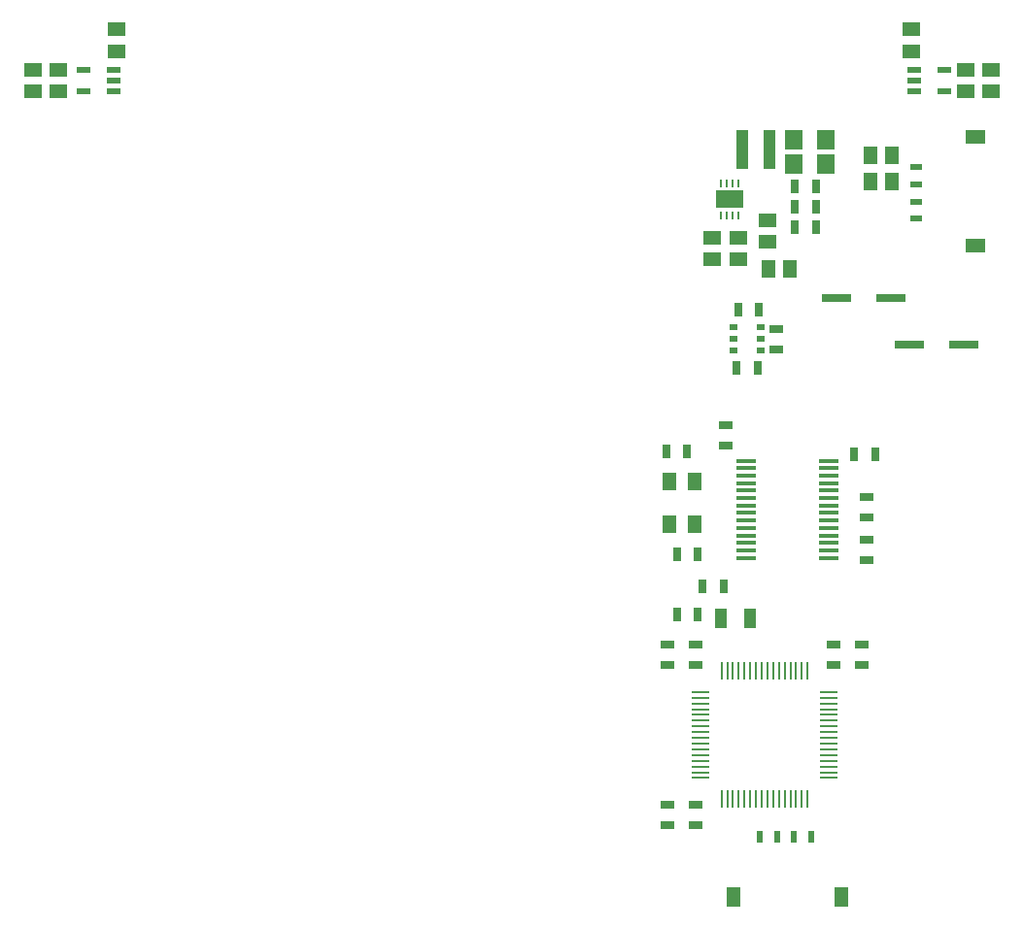
<source format=gtp>
G75*
%MOIN*%
%OFA0B0*%
%FSLAX25Y25*%
%IPPOS*%
%LPD*%
%AMOC8*
5,1,8,0,0,1.08239X$1,22.5*
%
%ADD10R,0.06102X0.00984*%
%ADD11R,0.00984X0.06102*%
%ADD12R,0.06890X0.01575*%
%ADD13R,0.03937X0.07087*%
%ADD14R,0.04724X0.03150*%
%ADD15R,0.03150X0.04724*%
%ADD16R,0.04921X0.06299*%
%ADD17R,0.00984X0.03937*%
%ADD18R,0.03937X0.00984*%
%ADD19R,0.04724X0.02362*%
%ADD20R,0.05906X0.05118*%
%ADD21R,0.02362X0.03937*%
%ADD22R,0.04921X0.07087*%
%ADD23R,0.03937X0.02362*%
%ADD24R,0.07087X0.04921*%
%ADD25R,0.05118X0.05906*%
%ADD26R,0.09370X0.06496*%
%ADD27R,0.00984X0.02756*%
%ADD28R,0.03858X0.13386*%
%ADD29R,0.06299X0.07087*%
%ADD30R,0.02756X0.02000*%
%ADD31R,0.10236X0.03150*%
D10*
X0242118Y0062402D03*
X0242118Y0064370D03*
X0242118Y0066339D03*
X0242118Y0068307D03*
X0242118Y0070276D03*
X0242118Y0072244D03*
X0242118Y0074213D03*
X0242118Y0076181D03*
X0242118Y0078150D03*
X0242118Y0080118D03*
X0242118Y0082087D03*
X0242118Y0084055D03*
X0242118Y0086024D03*
X0242118Y0087992D03*
X0242118Y0089961D03*
X0242118Y0091929D03*
X0286213Y0091929D03*
X0286213Y0089961D03*
X0286213Y0087992D03*
X0286213Y0086024D03*
X0286213Y0084055D03*
X0286213Y0082087D03*
X0286213Y0080118D03*
X0286213Y0078150D03*
X0286213Y0076181D03*
X0286213Y0074213D03*
X0286213Y0072244D03*
X0286213Y0070276D03*
X0286213Y0068307D03*
X0286213Y0066339D03*
X0286213Y0064370D03*
X0286213Y0062402D03*
D11*
X0278929Y0055118D03*
X0276961Y0055118D03*
X0274992Y0055118D03*
X0273024Y0055118D03*
X0271055Y0055118D03*
X0269087Y0055118D03*
X0267118Y0055118D03*
X0265150Y0055118D03*
X0263181Y0055118D03*
X0261213Y0055118D03*
X0259244Y0055118D03*
X0257276Y0055118D03*
X0255307Y0055118D03*
X0253339Y0055118D03*
X0251370Y0055118D03*
X0249402Y0055118D03*
X0249402Y0099213D03*
X0251370Y0099213D03*
X0253339Y0099213D03*
X0255307Y0099213D03*
X0257276Y0099213D03*
X0259244Y0099213D03*
X0261213Y0099213D03*
X0263181Y0099213D03*
X0265150Y0099213D03*
X0267118Y0099213D03*
X0269087Y0099213D03*
X0271055Y0099213D03*
X0273024Y0099213D03*
X0274992Y0099213D03*
X0276961Y0099213D03*
X0278929Y0099213D03*
D12*
X0286213Y0138031D03*
X0286213Y0140591D03*
X0286213Y0143150D03*
X0286213Y0145709D03*
X0286213Y0148268D03*
X0286213Y0150827D03*
X0286213Y0153386D03*
X0286213Y0155945D03*
X0286213Y0158504D03*
X0286213Y0161063D03*
X0286213Y0163622D03*
X0286213Y0166181D03*
X0286213Y0168740D03*
X0286213Y0171299D03*
X0257866Y0171299D03*
X0257866Y0168740D03*
X0257866Y0166181D03*
X0257866Y0163622D03*
X0257866Y0161063D03*
X0257866Y0158504D03*
X0257866Y0155945D03*
X0257866Y0153386D03*
X0257866Y0150827D03*
X0257866Y0148268D03*
X0257866Y0145709D03*
X0257866Y0143150D03*
X0257866Y0140591D03*
X0257866Y0138031D03*
D13*
X0259087Y0117165D03*
X0249244Y0117165D03*
D14*
X0230701Y0046142D03*
X0230701Y0053228D03*
X0240543Y0053228D03*
X0240543Y0046142D03*
X0240543Y0101102D03*
X0240543Y0108189D03*
X0230701Y0108189D03*
X0230701Y0101102D03*
X0287787Y0101102D03*
X0287787Y0108189D03*
X0297630Y0108189D03*
X0297630Y0101102D03*
X0299106Y0137185D03*
X0299106Y0144272D03*
X0299106Y0151791D03*
X0299106Y0158878D03*
X0250878Y0176398D03*
X0250878Y0183484D03*
X0268165Y0209622D03*
X0268165Y0216709D03*
D15*
X0262209Y0223165D03*
X0255122Y0223165D03*
X0254622Y0203165D03*
X0261709Y0203165D03*
X0237610Y0174606D03*
X0230524Y0174606D03*
X0234126Y0139173D03*
X0241213Y0139173D03*
X0242984Y0128346D03*
X0250071Y0128346D03*
X0241213Y0118504D03*
X0234126Y0118504D03*
X0294992Y0173622D03*
X0302079Y0173622D03*
X0281709Y0251665D03*
X0281709Y0258665D03*
X0281709Y0265665D03*
X0274622Y0265665D03*
X0274622Y0258665D03*
X0274622Y0251665D03*
D16*
X0240031Y0164094D03*
X0231370Y0164094D03*
X0231370Y0149528D03*
X0240031Y0149528D03*
D17*
X0294283Y0173622D03*
D18*
X0299106Y0151476D03*
X0250878Y0176083D03*
X0230770Y0100410D03*
X0230570Y0053691D03*
X0297635Y0100332D03*
D19*
X0315350Y0298175D03*
X0315350Y0301915D03*
X0315350Y0305656D03*
X0325980Y0305656D03*
X0325980Y0298175D03*
X0040980Y0298175D03*
X0040980Y0301915D03*
X0040980Y0305656D03*
X0030350Y0305656D03*
X0030350Y0298175D03*
D20*
X0021915Y0298175D03*
X0021915Y0305656D03*
X0013165Y0305656D03*
X0013165Y0298175D03*
X0041915Y0311925D03*
X0041915Y0319406D03*
X0246165Y0247906D03*
X0246165Y0240425D03*
X0255165Y0240425D03*
X0255165Y0247906D03*
X0265165Y0246425D03*
X0265165Y0253906D03*
X0314415Y0311925D03*
X0314415Y0319406D03*
X0333165Y0305656D03*
X0333165Y0298175D03*
X0341915Y0298175D03*
X0341915Y0305656D03*
D21*
X0280165Y0042165D03*
X0274260Y0042165D03*
X0268354Y0042165D03*
X0262449Y0042165D03*
D22*
X0253374Y0021693D03*
X0290421Y0021693D03*
D23*
X0316165Y0254449D03*
X0316165Y0260354D03*
X0316165Y0266260D03*
X0316165Y0272165D03*
D24*
X0336638Y0282421D03*
X0336638Y0245374D03*
D25*
X0307906Y0267165D03*
X0300425Y0267165D03*
X0300425Y0276165D03*
X0307906Y0276165D03*
X0272906Y0237165D03*
X0265425Y0237165D03*
D26*
X0252165Y0261165D03*
D27*
X0251181Y0266677D03*
X0249213Y0266677D03*
X0253150Y0266677D03*
X0255118Y0266677D03*
X0255118Y0255654D03*
X0253150Y0255654D03*
X0251181Y0255654D03*
X0249213Y0255654D03*
D28*
X0256500Y0278165D03*
X0265831Y0278165D03*
D29*
X0274154Y0281665D03*
X0274154Y0273165D03*
X0285177Y0273165D03*
X0285177Y0281665D03*
D30*
X0262740Y0217102D03*
X0262740Y0213165D03*
X0262740Y0209228D03*
X0253591Y0209228D03*
X0253591Y0213165D03*
X0253591Y0217102D03*
D31*
X0288717Y0227165D03*
X0307614Y0227165D03*
X0313717Y0211165D03*
X0332614Y0211165D03*
M02*

</source>
